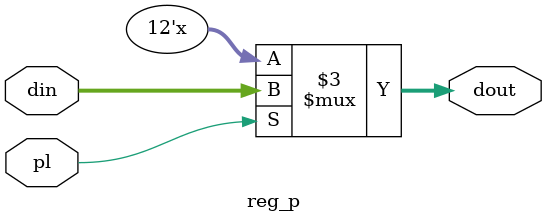
<source format=v>
`timescale 1ns / 1ps


module reg_p(din, pl, dout);
    parameter width = 12;
    
    input [width-1:0] din;
    input pl;
    output reg [width-1:0] dout;
    
    always@(din) begin
        if(pl) dout = din;
    end
endmodule

</source>
